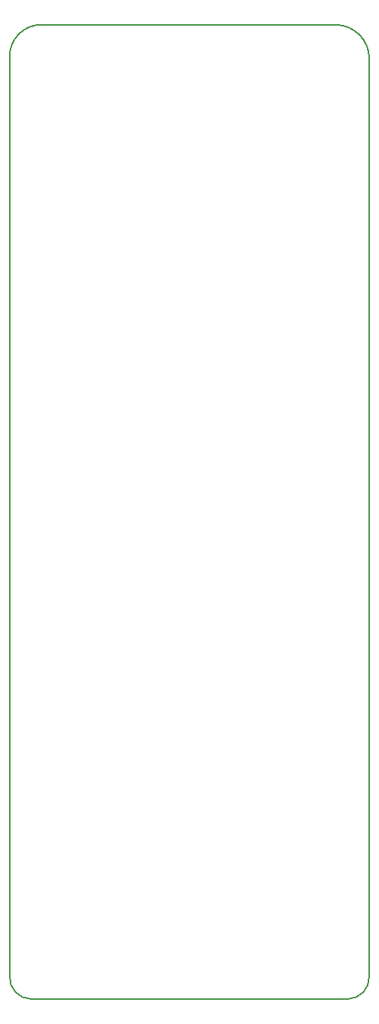
<source format=gko>
G04 DipTrace 3.2.0.1*
G04 ubraids_IIa.GKO*
%MOIN*%
G04 #@! TF.FileFunction,Profile*
G04 #@! TF.Part,Single*
%ADD11C,0.005512*%
%FSLAX26Y26*%
G04*
G70*
G90*
G75*
G01*
G04 BoardOutline*
%LPD*%
X394090Y494000D2*
D11*
G03X487841Y394000I95876J-4061D01*
G01*
X1887841D1*
G03X1981590Y494000I-2137J95948D01*
G01*
Y4544000D1*
G03X1837841Y4694000I-148884J1200D01*
G01*
X537841D1*
G03X394090Y4550251I-5002J-138749D01*
G01*
Y494000D1*
M02*

</source>
